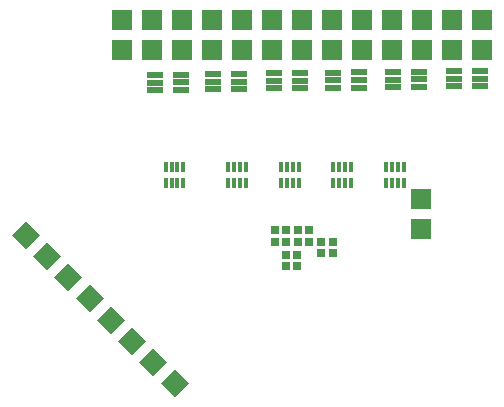
<source format=gbs>
G04 EasyPC Gerber Version 20.0.2 Build 4112 *
G04 #@! TF.Part,Single*
G04 #@! TF.FileFunction,Soldermask,Bot *
%FSLAX24Y24*%
%MOIN*%
G04 #@! TA.AperFunction,SMDPad*
%ADD132R,0.01600X0.03356*%
%ADD131R,0.05200X0.02400*%
%ADD77R,0.03000X0.03000*%
%ADD76R,0.03000X0.03000*%
G04 #@! TA.AperFunction,ComponentPad*
%ADD90R,0.06600X0.06600*%
%AMT120*0 Rectangle Pad at angle 45*21,1,0.06600,0.06600,0,0,45*%
%ADD120T120*%
X0Y0D02*
D02*
D76*
X11655Y5001D03*
Y5381D03*
X12045Y5001D03*
Y5381D03*
X12835Y5441D03*
Y5821D03*
X13225Y5441D03*
Y5821D03*
D02*
D77*
X11295D03*
Y6211D03*
X11675Y5821D03*
Y6211D03*
X12055Y5821D03*
Y6211D03*
X12435Y5821D03*
Y6211D03*
D02*
D90*
X6215Y12211D03*
Y13211D03*
X7215Y12211D03*
Y13211D03*
X8215Y12211D03*
Y13211D03*
X9215Y12211D03*
Y13211D03*
X10215Y12211D03*
Y13211D03*
X11215Y12211D03*
Y13211D03*
X12215Y12211D03*
Y13211D03*
X13215Y12211D03*
Y13211D03*
X14215Y12211D03*
Y13211D03*
X15215Y12211D03*
Y13211D03*
X16155Y6231D03*
Y7231D03*
X16215Y12211D03*
Y13211D03*
X17215Y12211D03*
Y13211D03*
X18215Y12211D03*
Y13211D03*
D02*
D120*
X3000Y6046D03*
X3707Y5339D03*
X4414Y4632D03*
X5121Y3924D03*
X5829Y3217D03*
X6536Y2510D03*
X7243Y1803D03*
X7950Y1096D03*
D02*
D131*
X7305Y10871D03*
Y11121D03*
Y11371D03*
X8165Y10871D03*
Y11127D03*
Y11383D03*
X9245Y10891D03*
Y11141D03*
Y11391D03*
X10105Y10891D03*
Y11147D03*
Y11403D03*
X11265Y10931D03*
Y11181D03*
Y11431D03*
X12125Y10931D03*
Y11187D03*
Y11443D03*
X13245Y10951D03*
Y11201D03*
Y11451D03*
X14105Y10951D03*
Y11207D03*
Y11463D03*
X15245Y10971D03*
Y11221D03*
Y11471D03*
X16105Y10971D03*
Y11227D03*
Y11483D03*
X17265Y10991D03*
Y11241D03*
Y11491D03*
X18125Y10991D03*
Y11247D03*
Y11503D03*
D02*
D132*
X7654Y7781D03*
Y8293D03*
X7851Y7781D03*
Y8293D03*
X8048Y7781D03*
Y8293D03*
X8245Y7781D03*
Y8293D03*
X9744Y7781D03*
Y8293D03*
X9941Y7781D03*
Y8293D03*
X10138Y7781D03*
Y8293D03*
X10335Y7781D03*
Y8293D03*
X11494Y7781D03*
Y8293D03*
X11691Y7781D03*
Y8293D03*
X11888Y7781D03*
Y8293D03*
X12085Y7781D03*
Y8293D03*
X13244Y7781D03*
Y8293D03*
X13441Y7781D03*
Y8293D03*
X13638Y7781D03*
Y8293D03*
X13835Y7781D03*
Y8293D03*
X14994Y7781D03*
Y8293D03*
X15191Y7781D03*
Y8293D03*
X15388Y7781D03*
Y8293D03*
X15585Y7781D03*
Y8293D03*
X0Y0D02*
M02*

</source>
